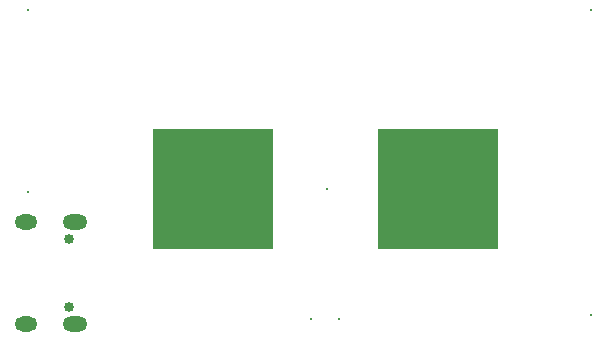
<source format=gbr>
G04*
G04 #@! TF.GenerationSoftware,Altium Limited,Altium Designer,25.2.1 (25)*
G04*
G04 Layer_Color=16711935*
%FSLAX25Y25*%
%MOIN*%
G70*
G04*
G04 #@! TF.SameCoordinates,44C634AB-46FA-46F5-9040-7CAB15AB579A*
G04*
G04*
G04 #@! TF.FilePolarity,Negative*
G04*
G01*
G75*
%ADD58C,0.01300*%
%ADD59O,0.07480X0.05118*%
%ADD60O,0.08268X0.05118*%
%ADD61C,0.03347*%
%ADD62R,0.40170X0.40170*%
D58*
X88368Y-85099D02*
D03*
X79313D02*
D03*
X172500Y-83500D02*
D03*
Y18000D02*
D03*
X-15000Y-42500D02*
D03*
X84500Y-41500D02*
D03*
X-15000Y18000D02*
D03*
D59*
X-15916Y-52715D02*
D03*
Y-86731D02*
D03*
D60*
X541Y-52715D02*
D03*
Y-86731D02*
D03*
D61*
X-1546Y-81101D02*
D03*
Y-58345D02*
D03*
D62*
X121402Y-41500D02*
D03*
X46598D02*
D03*
M02*

</source>
